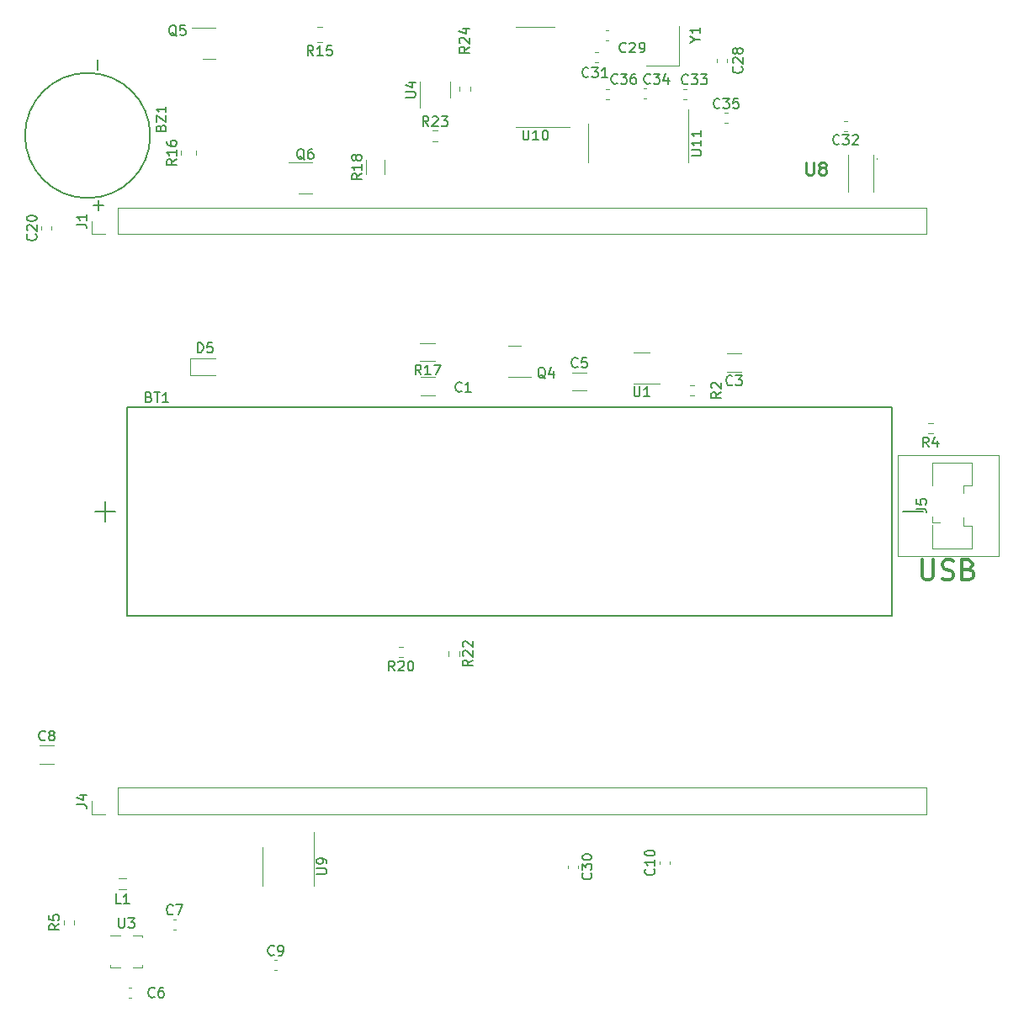
<source format=gbr>
%TF.GenerationSoftware,KiCad,Pcbnew,(6.0.2)*%
%TF.CreationDate,2022-04-08T22:35:15+02:00*%
%TF.ProjectId,main,6d61696e-2e6b-4696-9361-645f70636258,rev?*%
%TF.SameCoordinates,Original*%
%TF.FileFunction,Legend,Top*%
%TF.FilePolarity,Positive*%
%FSLAX46Y46*%
G04 Gerber Fmt 4.6, Leading zero omitted, Abs format (unit mm)*
G04 Created by KiCad (PCBNEW (6.0.2)) date 2022-04-08 22:35:15*
%MOMM*%
%LPD*%
G01*
G04 APERTURE LIST*
%ADD10C,0.100000*%
%ADD11C,0.300000*%
%ADD12C,0.150000*%
%ADD13C,0.254000*%
%ADD14C,0.127000*%
%ADD15C,0.120000*%
G04 APERTURE END LIST*
D10*
X173740000Y-90890000D02*
X183900000Y-90890000D01*
X183900000Y-90890000D02*
X183900000Y-101050000D01*
X183900000Y-101050000D02*
X173740000Y-101050000D01*
X173740000Y-101050000D02*
X173740000Y-90890000D01*
D11*
X176176190Y-101404761D02*
X176176190Y-103023809D01*
X176271428Y-103214285D01*
X176366666Y-103309523D01*
X176557142Y-103404761D01*
X176938095Y-103404761D01*
X177128571Y-103309523D01*
X177223809Y-103214285D01*
X177319047Y-103023809D01*
X177319047Y-101404761D01*
X178176190Y-103309523D02*
X178461904Y-103404761D01*
X178938095Y-103404761D01*
X179128571Y-103309523D01*
X179223809Y-103214285D01*
X179319047Y-103023809D01*
X179319047Y-102833333D01*
X179223809Y-102642857D01*
X179128571Y-102547619D01*
X178938095Y-102452380D01*
X178557142Y-102357142D01*
X178366666Y-102261904D01*
X178271428Y-102166666D01*
X178176190Y-101976190D01*
X178176190Y-101785714D01*
X178271428Y-101595238D01*
X178366666Y-101500000D01*
X178557142Y-101404761D01*
X179033333Y-101404761D01*
X179319047Y-101500000D01*
X180842857Y-102357142D02*
X181128571Y-102452380D01*
X181223809Y-102547619D01*
X181319047Y-102738095D01*
X181319047Y-103023809D01*
X181223809Y-103214285D01*
X181128571Y-103309523D01*
X180938095Y-103404761D01*
X180176190Y-103404761D01*
X180176190Y-101404761D01*
X180842857Y-101404761D01*
X181033333Y-101500000D01*
X181128571Y-101595238D01*
X181223809Y-101785714D01*
X181223809Y-101976190D01*
X181128571Y-102166666D01*
X181033333Y-102261904D01*
X180842857Y-102357142D01*
X180176190Y-102357142D01*
D12*
%TO.C,BT1*%
X98379285Y-85018571D02*
X98522142Y-85066190D01*
X98569761Y-85113809D01*
X98617380Y-85209047D01*
X98617380Y-85351904D01*
X98569761Y-85447142D01*
X98522142Y-85494761D01*
X98426904Y-85542380D01*
X98045952Y-85542380D01*
X98045952Y-84542380D01*
X98379285Y-84542380D01*
X98474523Y-84590000D01*
X98522142Y-84637619D01*
X98569761Y-84732857D01*
X98569761Y-84828095D01*
X98522142Y-84923333D01*
X98474523Y-84970952D01*
X98379285Y-85018571D01*
X98045952Y-85018571D01*
X98903095Y-84542380D02*
X99474523Y-84542380D01*
X99188809Y-85542380D02*
X99188809Y-84542380D01*
X100331666Y-85542380D02*
X99760238Y-85542380D01*
X100045952Y-85542380D02*
X100045952Y-84542380D01*
X99950714Y-84685238D01*
X99855476Y-84780476D01*
X99760238Y-84828095D01*
%TO.C,J1*%
X91102380Y-67643333D02*
X91816666Y-67643333D01*
X91959523Y-67690952D01*
X92054761Y-67786190D01*
X92102380Y-67929047D01*
X92102380Y-68024285D01*
X92102380Y-66643333D02*
X92102380Y-67214761D01*
X92102380Y-66929047D02*
X91102380Y-66929047D01*
X91245238Y-67024285D01*
X91340476Y-67119523D01*
X91388095Y-67214761D01*
%TO.C,J4*%
X91102380Y-126013333D02*
X91816666Y-126013333D01*
X91959523Y-126060952D01*
X92054761Y-126156190D01*
X92102380Y-126299047D01*
X92102380Y-126394285D01*
X91435714Y-125108571D02*
X92102380Y-125108571D01*
X91054761Y-125346666D02*
X91769047Y-125584761D01*
X91769047Y-124965714D01*
%TO.C,R17*%
X125757142Y-82772380D02*
X125423809Y-82296190D01*
X125185714Y-82772380D02*
X125185714Y-81772380D01*
X125566666Y-81772380D01*
X125661904Y-81820000D01*
X125709523Y-81867619D01*
X125757142Y-81962857D01*
X125757142Y-82105714D01*
X125709523Y-82200952D01*
X125661904Y-82248571D01*
X125566666Y-82296190D01*
X125185714Y-82296190D01*
X126709523Y-82772380D02*
X126138095Y-82772380D01*
X126423809Y-82772380D02*
X126423809Y-81772380D01*
X126328571Y-81915238D01*
X126233333Y-82010476D01*
X126138095Y-82058095D01*
X127042857Y-81772380D02*
X127709523Y-81772380D01*
X127280952Y-82772380D01*
%TO.C,R2*%
X155952380Y-84516666D02*
X155476190Y-84850000D01*
X155952380Y-85088095D02*
X154952380Y-85088095D01*
X154952380Y-84707142D01*
X155000000Y-84611904D01*
X155047619Y-84564285D01*
X155142857Y-84516666D01*
X155285714Y-84516666D01*
X155380952Y-84564285D01*
X155428571Y-84611904D01*
X155476190Y-84707142D01*
X155476190Y-85088095D01*
X155047619Y-84135714D02*
X155000000Y-84088095D01*
X154952380Y-83992857D01*
X154952380Y-83754761D01*
X155000000Y-83659523D01*
X155047619Y-83611904D01*
X155142857Y-83564285D01*
X155238095Y-83564285D01*
X155380952Y-83611904D01*
X155952380Y-84183333D01*
X155952380Y-83564285D01*
%TO.C,U1*%
X147188095Y-83952380D02*
X147188095Y-84761904D01*
X147235714Y-84857142D01*
X147283333Y-84904761D01*
X147378571Y-84952380D01*
X147569047Y-84952380D01*
X147664285Y-84904761D01*
X147711904Y-84857142D01*
X147759523Y-84761904D01*
X147759523Y-83952380D01*
X148759523Y-84952380D02*
X148188095Y-84952380D01*
X148473809Y-84952380D02*
X148473809Y-83952380D01*
X148378571Y-84095238D01*
X148283333Y-84190476D01*
X148188095Y-84238095D01*
%TO.C,C34*%
X148807142Y-53407142D02*
X148759523Y-53454761D01*
X148616666Y-53502380D01*
X148521428Y-53502380D01*
X148378571Y-53454761D01*
X148283333Y-53359523D01*
X148235714Y-53264285D01*
X148188095Y-53073809D01*
X148188095Y-52930952D01*
X148235714Y-52740476D01*
X148283333Y-52645238D01*
X148378571Y-52550000D01*
X148521428Y-52502380D01*
X148616666Y-52502380D01*
X148759523Y-52550000D01*
X148807142Y-52597619D01*
X149140476Y-52502380D02*
X149759523Y-52502380D01*
X149426190Y-52883333D01*
X149569047Y-52883333D01*
X149664285Y-52930952D01*
X149711904Y-52978571D01*
X149759523Y-53073809D01*
X149759523Y-53311904D01*
X149711904Y-53407142D01*
X149664285Y-53454761D01*
X149569047Y-53502380D01*
X149283333Y-53502380D01*
X149188095Y-53454761D01*
X149140476Y-53407142D01*
X150616666Y-52835714D02*
X150616666Y-53502380D01*
X150378571Y-52454761D02*
X150140476Y-53169047D01*
X150759523Y-53169047D01*
%TO.C,C30*%
X142837142Y-132942857D02*
X142884761Y-132990476D01*
X142932380Y-133133333D01*
X142932380Y-133228571D01*
X142884761Y-133371428D01*
X142789523Y-133466666D01*
X142694285Y-133514285D01*
X142503809Y-133561904D01*
X142360952Y-133561904D01*
X142170476Y-133514285D01*
X142075238Y-133466666D01*
X141980000Y-133371428D01*
X141932380Y-133228571D01*
X141932380Y-133133333D01*
X141980000Y-132990476D01*
X142027619Y-132942857D01*
X141932380Y-132609523D02*
X141932380Y-131990476D01*
X142313333Y-132323809D01*
X142313333Y-132180952D01*
X142360952Y-132085714D01*
X142408571Y-132038095D01*
X142503809Y-131990476D01*
X142741904Y-131990476D01*
X142837142Y-132038095D01*
X142884761Y-132085714D01*
X142932380Y-132180952D01*
X142932380Y-132466666D01*
X142884761Y-132561904D01*
X142837142Y-132609523D01*
X141932380Y-131371428D02*
X141932380Y-131276190D01*
X141980000Y-131180952D01*
X142027619Y-131133333D01*
X142122857Y-131085714D01*
X142313333Y-131038095D01*
X142551428Y-131038095D01*
X142741904Y-131085714D01*
X142837142Y-131133333D01*
X142884761Y-131180952D01*
X142932380Y-131276190D01*
X142932380Y-131371428D01*
X142884761Y-131466666D01*
X142837142Y-131514285D01*
X142741904Y-131561904D01*
X142551428Y-131609523D01*
X142313333Y-131609523D01*
X142122857Y-131561904D01*
X142027619Y-131514285D01*
X141980000Y-131466666D01*
X141932380Y-131371428D01*
%TO.C,R5*%
X89322380Y-138066666D02*
X88846190Y-138400000D01*
X89322380Y-138638095D02*
X88322380Y-138638095D01*
X88322380Y-138257142D01*
X88370000Y-138161904D01*
X88417619Y-138114285D01*
X88512857Y-138066666D01*
X88655714Y-138066666D01*
X88750952Y-138114285D01*
X88798571Y-138161904D01*
X88846190Y-138257142D01*
X88846190Y-138638095D01*
X88322380Y-137161904D02*
X88322380Y-137638095D01*
X88798571Y-137685714D01*
X88750952Y-137638095D01*
X88703333Y-137542857D01*
X88703333Y-137304761D01*
X88750952Y-137209523D01*
X88798571Y-137161904D01*
X88893809Y-137114285D01*
X89131904Y-137114285D01*
X89227142Y-137161904D01*
X89274761Y-137209523D01*
X89322380Y-137304761D01*
X89322380Y-137542857D01*
X89274761Y-137638095D01*
X89227142Y-137685714D01*
%TO.C,R16*%
X101152380Y-61092857D02*
X100676190Y-61426190D01*
X101152380Y-61664285D02*
X100152380Y-61664285D01*
X100152380Y-61283333D01*
X100200000Y-61188095D01*
X100247619Y-61140476D01*
X100342857Y-61092857D01*
X100485714Y-61092857D01*
X100580952Y-61140476D01*
X100628571Y-61188095D01*
X100676190Y-61283333D01*
X100676190Y-61664285D01*
X101152380Y-60140476D02*
X101152380Y-60711904D01*
X101152380Y-60426190D02*
X100152380Y-60426190D01*
X100295238Y-60521428D01*
X100390476Y-60616666D01*
X100438095Y-60711904D01*
X100152380Y-59283333D02*
X100152380Y-59473809D01*
X100200000Y-59569047D01*
X100247619Y-59616666D01*
X100390476Y-59711904D01*
X100580952Y-59759523D01*
X100961904Y-59759523D01*
X101057142Y-59711904D01*
X101104761Y-59664285D01*
X101152380Y-59569047D01*
X101152380Y-59378571D01*
X101104761Y-59283333D01*
X101057142Y-59235714D01*
X100961904Y-59188095D01*
X100723809Y-59188095D01*
X100628571Y-59235714D01*
X100580952Y-59283333D01*
X100533333Y-59378571D01*
X100533333Y-59569047D01*
X100580952Y-59664285D01*
X100628571Y-59711904D01*
X100723809Y-59759523D01*
%TO.C,L1*%
X95533333Y-136002380D02*
X95057142Y-136002380D01*
X95057142Y-135002380D01*
X96390476Y-136002380D02*
X95819047Y-136002380D01*
X96104761Y-136002380D02*
X96104761Y-135002380D01*
X96009523Y-135145238D01*
X95914285Y-135240476D01*
X95819047Y-135288095D01*
%TO.C,C10*%
X149177142Y-132542857D02*
X149224761Y-132590476D01*
X149272380Y-132733333D01*
X149272380Y-132828571D01*
X149224761Y-132971428D01*
X149129523Y-133066666D01*
X149034285Y-133114285D01*
X148843809Y-133161904D01*
X148700952Y-133161904D01*
X148510476Y-133114285D01*
X148415238Y-133066666D01*
X148320000Y-132971428D01*
X148272380Y-132828571D01*
X148272380Y-132733333D01*
X148320000Y-132590476D01*
X148367619Y-132542857D01*
X149272380Y-131590476D02*
X149272380Y-132161904D01*
X149272380Y-131876190D02*
X148272380Y-131876190D01*
X148415238Y-131971428D01*
X148510476Y-132066666D01*
X148558095Y-132161904D01*
X148272380Y-130971428D02*
X148272380Y-130876190D01*
X148320000Y-130780952D01*
X148367619Y-130733333D01*
X148462857Y-130685714D01*
X148653333Y-130638095D01*
X148891428Y-130638095D01*
X149081904Y-130685714D01*
X149177142Y-130733333D01*
X149224761Y-130780952D01*
X149272380Y-130876190D01*
X149272380Y-130971428D01*
X149224761Y-131066666D01*
X149177142Y-131114285D01*
X149081904Y-131161904D01*
X148891428Y-131209523D01*
X148653333Y-131209523D01*
X148462857Y-131161904D01*
X148367619Y-131114285D01*
X148320000Y-131066666D01*
X148272380Y-130971428D01*
%TO.C,R4*%
X176833333Y-90057380D02*
X176500000Y-89581190D01*
X176261904Y-90057380D02*
X176261904Y-89057380D01*
X176642857Y-89057380D01*
X176738095Y-89105000D01*
X176785714Y-89152619D01*
X176833333Y-89247857D01*
X176833333Y-89390714D01*
X176785714Y-89485952D01*
X176738095Y-89533571D01*
X176642857Y-89581190D01*
X176261904Y-89581190D01*
X177690476Y-89390714D02*
X177690476Y-90057380D01*
X177452380Y-89009761D02*
X177214285Y-89724047D01*
X177833333Y-89724047D01*
%TO.C,R18*%
X119782380Y-62542857D02*
X119306190Y-62876190D01*
X119782380Y-63114285D02*
X118782380Y-63114285D01*
X118782380Y-62733333D01*
X118830000Y-62638095D01*
X118877619Y-62590476D01*
X118972857Y-62542857D01*
X119115714Y-62542857D01*
X119210952Y-62590476D01*
X119258571Y-62638095D01*
X119306190Y-62733333D01*
X119306190Y-63114285D01*
X119782380Y-61590476D02*
X119782380Y-62161904D01*
X119782380Y-61876190D02*
X118782380Y-61876190D01*
X118925238Y-61971428D01*
X119020476Y-62066666D01*
X119068095Y-62161904D01*
X119210952Y-61019047D02*
X119163333Y-61114285D01*
X119115714Y-61161904D01*
X119020476Y-61209523D01*
X118972857Y-61209523D01*
X118877619Y-61161904D01*
X118830000Y-61114285D01*
X118782380Y-61019047D01*
X118782380Y-60828571D01*
X118830000Y-60733333D01*
X118877619Y-60685714D01*
X118972857Y-60638095D01*
X119020476Y-60638095D01*
X119115714Y-60685714D01*
X119163333Y-60733333D01*
X119210952Y-60828571D01*
X119210952Y-61019047D01*
X119258571Y-61114285D01*
X119306190Y-61161904D01*
X119401428Y-61209523D01*
X119591904Y-61209523D01*
X119687142Y-61161904D01*
X119734761Y-61114285D01*
X119782380Y-61019047D01*
X119782380Y-60828571D01*
X119734761Y-60733333D01*
X119687142Y-60685714D01*
X119591904Y-60638095D01*
X119401428Y-60638095D01*
X119306190Y-60685714D01*
X119258571Y-60733333D01*
X119210952Y-60828571D01*
%TO.C,R20*%
X123082142Y-112582380D02*
X122748809Y-112106190D01*
X122510714Y-112582380D02*
X122510714Y-111582380D01*
X122891666Y-111582380D01*
X122986904Y-111630000D01*
X123034523Y-111677619D01*
X123082142Y-111772857D01*
X123082142Y-111915714D01*
X123034523Y-112010952D01*
X122986904Y-112058571D01*
X122891666Y-112106190D01*
X122510714Y-112106190D01*
X123463095Y-111677619D02*
X123510714Y-111630000D01*
X123605952Y-111582380D01*
X123844047Y-111582380D01*
X123939285Y-111630000D01*
X123986904Y-111677619D01*
X124034523Y-111772857D01*
X124034523Y-111868095D01*
X123986904Y-112010952D01*
X123415476Y-112582380D01*
X124034523Y-112582380D01*
X124653571Y-111582380D02*
X124748809Y-111582380D01*
X124844047Y-111630000D01*
X124891666Y-111677619D01*
X124939285Y-111772857D01*
X124986904Y-111963333D01*
X124986904Y-112201428D01*
X124939285Y-112391904D01*
X124891666Y-112487142D01*
X124844047Y-112534761D01*
X124748809Y-112582380D01*
X124653571Y-112582380D01*
X124558333Y-112534761D01*
X124510714Y-112487142D01*
X124463095Y-112391904D01*
X124415476Y-112201428D01*
X124415476Y-111963333D01*
X124463095Y-111772857D01*
X124510714Y-111677619D01*
X124558333Y-111630000D01*
X124653571Y-111582380D01*
%TO.C,R24*%
X130602380Y-49792857D02*
X130126190Y-50126190D01*
X130602380Y-50364285D02*
X129602380Y-50364285D01*
X129602380Y-49983333D01*
X129650000Y-49888095D01*
X129697619Y-49840476D01*
X129792857Y-49792857D01*
X129935714Y-49792857D01*
X130030952Y-49840476D01*
X130078571Y-49888095D01*
X130126190Y-49983333D01*
X130126190Y-50364285D01*
X129697619Y-49411904D02*
X129650000Y-49364285D01*
X129602380Y-49269047D01*
X129602380Y-49030952D01*
X129650000Y-48935714D01*
X129697619Y-48888095D01*
X129792857Y-48840476D01*
X129888095Y-48840476D01*
X130030952Y-48888095D01*
X130602380Y-49459523D01*
X130602380Y-48840476D01*
X129935714Y-47983333D02*
X130602380Y-47983333D01*
X129554761Y-48221428D02*
X130269047Y-48459523D01*
X130269047Y-47840476D01*
%TO.C,C36*%
X145507142Y-53407142D02*
X145459523Y-53454761D01*
X145316666Y-53502380D01*
X145221428Y-53502380D01*
X145078571Y-53454761D01*
X144983333Y-53359523D01*
X144935714Y-53264285D01*
X144888095Y-53073809D01*
X144888095Y-52930952D01*
X144935714Y-52740476D01*
X144983333Y-52645238D01*
X145078571Y-52550000D01*
X145221428Y-52502380D01*
X145316666Y-52502380D01*
X145459523Y-52550000D01*
X145507142Y-52597619D01*
X145840476Y-52502380D02*
X146459523Y-52502380D01*
X146126190Y-52883333D01*
X146269047Y-52883333D01*
X146364285Y-52930952D01*
X146411904Y-52978571D01*
X146459523Y-53073809D01*
X146459523Y-53311904D01*
X146411904Y-53407142D01*
X146364285Y-53454761D01*
X146269047Y-53502380D01*
X145983333Y-53502380D01*
X145888095Y-53454761D01*
X145840476Y-53407142D01*
X147316666Y-52502380D02*
X147126190Y-52502380D01*
X147030952Y-52550000D01*
X146983333Y-52597619D01*
X146888095Y-52740476D01*
X146840476Y-52930952D01*
X146840476Y-53311904D01*
X146888095Y-53407142D01*
X146935714Y-53454761D01*
X147030952Y-53502380D01*
X147221428Y-53502380D01*
X147316666Y-53454761D01*
X147364285Y-53407142D01*
X147411904Y-53311904D01*
X147411904Y-53073809D01*
X147364285Y-52978571D01*
X147316666Y-52930952D01*
X147221428Y-52883333D01*
X147030952Y-52883333D01*
X146935714Y-52930952D01*
X146888095Y-52978571D01*
X146840476Y-53073809D01*
D13*
%TO.C,U8*%
X164532380Y-61404523D02*
X164532380Y-62432619D01*
X164592857Y-62553571D01*
X164653333Y-62614047D01*
X164774285Y-62674523D01*
X165016190Y-62674523D01*
X165137142Y-62614047D01*
X165197619Y-62553571D01*
X165258095Y-62432619D01*
X165258095Y-61404523D01*
X166044285Y-61948809D02*
X165923333Y-61888333D01*
X165862857Y-61827857D01*
X165802380Y-61706904D01*
X165802380Y-61646428D01*
X165862857Y-61525476D01*
X165923333Y-61465000D01*
X166044285Y-61404523D01*
X166286190Y-61404523D01*
X166407142Y-61465000D01*
X166467619Y-61525476D01*
X166528095Y-61646428D01*
X166528095Y-61706904D01*
X166467619Y-61827857D01*
X166407142Y-61888333D01*
X166286190Y-61948809D01*
X166044285Y-61948809D01*
X165923333Y-62009285D01*
X165862857Y-62069761D01*
X165802380Y-62190714D01*
X165802380Y-62432619D01*
X165862857Y-62553571D01*
X165923333Y-62614047D01*
X166044285Y-62674523D01*
X166286190Y-62674523D01*
X166407142Y-62614047D01*
X166467619Y-62553571D01*
X166528095Y-62432619D01*
X166528095Y-62190714D01*
X166467619Y-62069761D01*
X166407142Y-62009285D01*
X166286190Y-61948809D01*
D12*
%TO.C,Q5*%
X101154761Y-48697619D02*
X101059523Y-48650000D01*
X100964285Y-48554761D01*
X100821428Y-48411904D01*
X100726190Y-48364285D01*
X100630952Y-48364285D01*
X100678571Y-48602380D02*
X100583333Y-48554761D01*
X100488095Y-48459523D01*
X100440476Y-48269047D01*
X100440476Y-47935714D01*
X100488095Y-47745238D01*
X100583333Y-47650000D01*
X100678571Y-47602380D01*
X100869047Y-47602380D01*
X100964285Y-47650000D01*
X101059523Y-47745238D01*
X101107142Y-47935714D01*
X101107142Y-48269047D01*
X101059523Y-48459523D01*
X100964285Y-48554761D01*
X100869047Y-48602380D01*
X100678571Y-48602380D01*
X102011904Y-47602380D02*
X101535714Y-47602380D01*
X101488095Y-48078571D01*
X101535714Y-48030952D01*
X101630952Y-47983333D01*
X101869047Y-47983333D01*
X101964285Y-48030952D01*
X102011904Y-48078571D01*
X102059523Y-48173809D01*
X102059523Y-48411904D01*
X102011904Y-48507142D01*
X101964285Y-48554761D01*
X101869047Y-48602380D01*
X101630952Y-48602380D01*
X101535714Y-48554761D01*
X101488095Y-48507142D01*
%TO.C,C6*%
X98933333Y-145357142D02*
X98885714Y-145404761D01*
X98742857Y-145452380D01*
X98647619Y-145452380D01*
X98504761Y-145404761D01*
X98409523Y-145309523D01*
X98361904Y-145214285D01*
X98314285Y-145023809D01*
X98314285Y-144880952D01*
X98361904Y-144690476D01*
X98409523Y-144595238D01*
X98504761Y-144500000D01*
X98647619Y-144452380D01*
X98742857Y-144452380D01*
X98885714Y-144500000D01*
X98933333Y-144547619D01*
X99790476Y-144452380D02*
X99600000Y-144452380D01*
X99504761Y-144500000D01*
X99457142Y-144547619D01*
X99361904Y-144690476D01*
X99314285Y-144880952D01*
X99314285Y-145261904D01*
X99361904Y-145357142D01*
X99409523Y-145404761D01*
X99504761Y-145452380D01*
X99695238Y-145452380D01*
X99790476Y-145404761D01*
X99838095Y-145357142D01*
X99885714Y-145261904D01*
X99885714Y-145023809D01*
X99838095Y-144928571D01*
X99790476Y-144880952D01*
X99695238Y-144833333D01*
X99504761Y-144833333D01*
X99409523Y-144880952D01*
X99361904Y-144928571D01*
X99314285Y-145023809D01*
%TO.C,U11*%
X152952380Y-60738095D02*
X153761904Y-60738095D01*
X153857142Y-60690476D01*
X153904761Y-60642857D01*
X153952380Y-60547619D01*
X153952380Y-60357142D01*
X153904761Y-60261904D01*
X153857142Y-60214285D01*
X153761904Y-60166666D01*
X152952380Y-60166666D01*
X153952380Y-59166666D02*
X153952380Y-59738095D01*
X153952380Y-59452380D02*
X152952380Y-59452380D01*
X153095238Y-59547619D01*
X153190476Y-59642857D01*
X153238095Y-59738095D01*
X153952380Y-58214285D02*
X153952380Y-58785714D01*
X153952380Y-58500000D02*
X152952380Y-58500000D01*
X153095238Y-58595238D01*
X153190476Y-58690476D01*
X153238095Y-58785714D01*
%TO.C,C31*%
X142607142Y-52757142D02*
X142559523Y-52804761D01*
X142416666Y-52852380D01*
X142321428Y-52852380D01*
X142178571Y-52804761D01*
X142083333Y-52709523D01*
X142035714Y-52614285D01*
X141988095Y-52423809D01*
X141988095Y-52280952D01*
X142035714Y-52090476D01*
X142083333Y-51995238D01*
X142178571Y-51900000D01*
X142321428Y-51852380D01*
X142416666Y-51852380D01*
X142559523Y-51900000D01*
X142607142Y-51947619D01*
X142940476Y-51852380D02*
X143559523Y-51852380D01*
X143226190Y-52233333D01*
X143369047Y-52233333D01*
X143464285Y-52280952D01*
X143511904Y-52328571D01*
X143559523Y-52423809D01*
X143559523Y-52661904D01*
X143511904Y-52757142D01*
X143464285Y-52804761D01*
X143369047Y-52852380D01*
X143083333Y-52852380D01*
X142988095Y-52804761D01*
X142940476Y-52757142D01*
X144511904Y-52852380D02*
X143940476Y-52852380D01*
X144226190Y-52852380D02*
X144226190Y-51852380D01*
X144130952Y-51995238D01*
X144035714Y-52090476D01*
X143940476Y-52138095D01*
%TO.C,BZ1*%
X99578571Y-57930952D02*
X99626190Y-57788095D01*
X99673809Y-57740476D01*
X99769047Y-57692857D01*
X99911904Y-57692857D01*
X100007142Y-57740476D01*
X100054761Y-57788095D01*
X100102380Y-57883333D01*
X100102380Y-58264285D01*
X99102380Y-58264285D01*
X99102380Y-57930952D01*
X99150000Y-57835714D01*
X99197619Y-57788095D01*
X99292857Y-57740476D01*
X99388095Y-57740476D01*
X99483333Y-57788095D01*
X99530952Y-57835714D01*
X99578571Y-57930952D01*
X99578571Y-58264285D01*
X99102380Y-57359523D02*
X99102380Y-56692857D01*
X100102380Y-57359523D01*
X100102380Y-56692857D01*
X100102380Y-55788095D02*
X100102380Y-56359523D01*
X100102380Y-56073809D02*
X99102380Y-56073809D01*
X99245238Y-56169047D01*
X99340476Y-56264285D01*
X99388095Y-56359523D01*
X93194285Y-52052857D02*
X93194285Y-51047142D01*
X93294285Y-66202857D02*
X93294285Y-65197142D01*
X93797142Y-65700000D02*
X92791428Y-65700000D01*
%TO.C,C33*%
X152607142Y-53457142D02*
X152559523Y-53504761D01*
X152416666Y-53552380D01*
X152321428Y-53552380D01*
X152178571Y-53504761D01*
X152083333Y-53409523D01*
X152035714Y-53314285D01*
X151988095Y-53123809D01*
X151988095Y-52980952D01*
X152035714Y-52790476D01*
X152083333Y-52695238D01*
X152178571Y-52600000D01*
X152321428Y-52552380D01*
X152416666Y-52552380D01*
X152559523Y-52600000D01*
X152607142Y-52647619D01*
X152940476Y-52552380D02*
X153559523Y-52552380D01*
X153226190Y-52933333D01*
X153369047Y-52933333D01*
X153464285Y-52980952D01*
X153511904Y-53028571D01*
X153559523Y-53123809D01*
X153559523Y-53361904D01*
X153511904Y-53457142D01*
X153464285Y-53504761D01*
X153369047Y-53552380D01*
X153083333Y-53552380D01*
X152988095Y-53504761D01*
X152940476Y-53457142D01*
X153892857Y-52552380D02*
X154511904Y-52552380D01*
X154178571Y-52933333D01*
X154321428Y-52933333D01*
X154416666Y-52980952D01*
X154464285Y-53028571D01*
X154511904Y-53123809D01*
X154511904Y-53361904D01*
X154464285Y-53457142D01*
X154416666Y-53504761D01*
X154321428Y-53552380D01*
X154035714Y-53552380D01*
X153940476Y-53504761D01*
X153892857Y-53457142D01*
%TO.C,R15*%
X114907142Y-50652380D02*
X114573809Y-50176190D01*
X114335714Y-50652380D02*
X114335714Y-49652380D01*
X114716666Y-49652380D01*
X114811904Y-49700000D01*
X114859523Y-49747619D01*
X114907142Y-49842857D01*
X114907142Y-49985714D01*
X114859523Y-50080952D01*
X114811904Y-50128571D01*
X114716666Y-50176190D01*
X114335714Y-50176190D01*
X115859523Y-50652380D02*
X115288095Y-50652380D01*
X115573809Y-50652380D02*
X115573809Y-49652380D01*
X115478571Y-49795238D01*
X115383333Y-49890476D01*
X115288095Y-49938095D01*
X116764285Y-49652380D02*
X116288095Y-49652380D01*
X116240476Y-50128571D01*
X116288095Y-50080952D01*
X116383333Y-50033333D01*
X116621428Y-50033333D01*
X116716666Y-50080952D01*
X116764285Y-50128571D01*
X116811904Y-50223809D01*
X116811904Y-50461904D01*
X116764285Y-50557142D01*
X116716666Y-50604761D01*
X116621428Y-50652380D01*
X116383333Y-50652380D01*
X116288095Y-50604761D01*
X116240476Y-50557142D01*
%TO.C,C5*%
X141508333Y-81957142D02*
X141460714Y-82004761D01*
X141317857Y-82052380D01*
X141222619Y-82052380D01*
X141079761Y-82004761D01*
X140984523Y-81909523D01*
X140936904Y-81814285D01*
X140889285Y-81623809D01*
X140889285Y-81480952D01*
X140936904Y-81290476D01*
X140984523Y-81195238D01*
X141079761Y-81100000D01*
X141222619Y-81052380D01*
X141317857Y-81052380D01*
X141460714Y-81100000D01*
X141508333Y-81147619D01*
X142413095Y-81052380D02*
X141936904Y-81052380D01*
X141889285Y-81528571D01*
X141936904Y-81480952D01*
X142032142Y-81433333D01*
X142270238Y-81433333D01*
X142365476Y-81480952D01*
X142413095Y-81528571D01*
X142460714Y-81623809D01*
X142460714Y-81861904D01*
X142413095Y-81957142D01*
X142365476Y-82004761D01*
X142270238Y-82052380D01*
X142032142Y-82052380D01*
X141936904Y-82004761D01*
X141889285Y-81957142D01*
%TO.C,C28*%
X158007142Y-51792857D02*
X158054761Y-51840476D01*
X158102380Y-51983333D01*
X158102380Y-52078571D01*
X158054761Y-52221428D01*
X157959523Y-52316666D01*
X157864285Y-52364285D01*
X157673809Y-52411904D01*
X157530952Y-52411904D01*
X157340476Y-52364285D01*
X157245238Y-52316666D01*
X157150000Y-52221428D01*
X157102380Y-52078571D01*
X157102380Y-51983333D01*
X157150000Y-51840476D01*
X157197619Y-51792857D01*
X157197619Y-51411904D02*
X157150000Y-51364285D01*
X157102380Y-51269047D01*
X157102380Y-51030952D01*
X157150000Y-50935714D01*
X157197619Y-50888095D01*
X157292857Y-50840476D01*
X157388095Y-50840476D01*
X157530952Y-50888095D01*
X158102380Y-51459523D01*
X158102380Y-50840476D01*
X157530952Y-50269047D02*
X157483333Y-50364285D01*
X157435714Y-50411904D01*
X157340476Y-50459523D01*
X157292857Y-50459523D01*
X157197619Y-50411904D01*
X157150000Y-50364285D01*
X157102380Y-50269047D01*
X157102380Y-50078571D01*
X157150000Y-49983333D01*
X157197619Y-49935714D01*
X157292857Y-49888095D01*
X157340476Y-49888095D01*
X157435714Y-49935714D01*
X157483333Y-49983333D01*
X157530952Y-50078571D01*
X157530952Y-50269047D01*
X157578571Y-50364285D01*
X157626190Y-50411904D01*
X157721428Y-50459523D01*
X157911904Y-50459523D01*
X158007142Y-50411904D01*
X158054761Y-50364285D01*
X158102380Y-50269047D01*
X158102380Y-50078571D01*
X158054761Y-49983333D01*
X158007142Y-49935714D01*
X157911904Y-49888095D01*
X157721428Y-49888095D01*
X157626190Y-49935714D01*
X157578571Y-49983333D01*
X157530952Y-50078571D01*
%TO.C,U9*%
X115252380Y-133011904D02*
X116061904Y-133011904D01*
X116157142Y-132964285D01*
X116204761Y-132916666D01*
X116252380Y-132821428D01*
X116252380Y-132630952D01*
X116204761Y-132535714D01*
X116157142Y-132488095D01*
X116061904Y-132440476D01*
X115252380Y-132440476D01*
X116252380Y-131916666D02*
X116252380Y-131726190D01*
X116204761Y-131630952D01*
X116157142Y-131583333D01*
X116014285Y-131488095D01*
X115823809Y-131440476D01*
X115442857Y-131440476D01*
X115347619Y-131488095D01*
X115300000Y-131535714D01*
X115252380Y-131630952D01*
X115252380Y-131821428D01*
X115300000Y-131916666D01*
X115347619Y-131964285D01*
X115442857Y-132011904D01*
X115680952Y-132011904D01*
X115776190Y-131964285D01*
X115823809Y-131916666D01*
X115871428Y-131821428D01*
X115871428Y-131630952D01*
X115823809Y-131535714D01*
X115776190Y-131488095D01*
X115680952Y-131440476D01*
%TO.C,Q4*%
X138254761Y-83147619D02*
X138159523Y-83100000D01*
X138064285Y-83004761D01*
X137921428Y-82861904D01*
X137826190Y-82814285D01*
X137730952Y-82814285D01*
X137778571Y-83052380D02*
X137683333Y-83004761D01*
X137588095Y-82909523D01*
X137540476Y-82719047D01*
X137540476Y-82385714D01*
X137588095Y-82195238D01*
X137683333Y-82100000D01*
X137778571Y-82052380D01*
X137969047Y-82052380D01*
X138064285Y-82100000D01*
X138159523Y-82195238D01*
X138207142Y-82385714D01*
X138207142Y-82719047D01*
X138159523Y-82909523D01*
X138064285Y-83004761D01*
X137969047Y-83052380D01*
X137778571Y-83052380D01*
X139064285Y-82385714D02*
X139064285Y-83052380D01*
X138826190Y-82004761D02*
X138588095Y-82719047D01*
X139207142Y-82719047D01*
%TO.C,J5*%
X175602380Y-96258333D02*
X176316666Y-96258333D01*
X176459523Y-96305952D01*
X176554761Y-96401190D01*
X176602380Y-96544047D01*
X176602380Y-96639285D01*
X175602380Y-95305952D02*
X175602380Y-95782142D01*
X176078571Y-95829761D01*
X176030952Y-95782142D01*
X175983333Y-95686904D01*
X175983333Y-95448809D01*
X176030952Y-95353571D01*
X176078571Y-95305952D01*
X176173809Y-95258333D01*
X176411904Y-95258333D01*
X176507142Y-95305952D01*
X176554761Y-95353571D01*
X176602380Y-95448809D01*
X176602380Y-95686904D01*
X176554761Y-95782142D01*
X176507142Y-95829761D01*
%TO.C,C7*%
X100783333Y-137027142D02*
X100735714Y-137074761D01*
X100592857Y-137122380D01*
X100497619Y-137122380D01*
X100354761Y-137074761D01*
X100259523Y-136979523D01*
X100211904Y-136884285D01*
X100164285Y-136693809D01*
X100164285Y-136550952D01*
X100211904Y-136360476D01*
X100259523Y-136265238D01*
X100354761Y-136170000D01*
X100497619Y-136122380D01*
X100592857Y-136122380D01*
X100735714Y-136170000D01*
X100783333Y-136217619D01*
X101116666Y-136122380D02*
X101783333Y-136122380D01*
X101354761Y-137122380D01*
%TO.C,C3*%
X157083333Y-83757142D02*
X157035714Y-83804761D01*
X156892857Y-83852380D01*
X156797619Y-83852380D01*
X156654761Y-83804761D01*
X156559523Y-83709523D01*
X156511904Y-83614285D01*
X156464285Y-83423809D01*
X156464285Y-83280952D01*
X156511904Y-83090476D01*
X156559523Y-82995238D01*
X156654761Y-82900000D01*
X156797619Y-82852380D01*
X156892857Y-82852380D01*
X157035714Y-82900000D01*
X157083333Y-82947619D01*
X157416666Y-82852380D02*
X158035714Y-82852380D01*
X157702380Y-83233333D01*
X157845238Y-83233333D01*
X157940476Y-83280952D01*
X157988095Y-83328571D01*
X158035714Y-83423809D01*
X158035714Y-83661904D01*
X157988095Y-83757142D01*
X157940476Y-83804761D01*
X157845238Y-83852380D01*
X157559523Y-83852380D01*
X157464285Y-83804761D01*
X157416666Y-83757142D01*
%TO.C,C9*%
X110958333Y-141127142D02*
X110910714Y-141174761D01*
X110767857Y-141222380D01*
X110672619Y-141222380D01*
X110529761Y-141174761D01*
X110434523Y-141079523D01*
X110386904Y-140984285D01*
X110339285Y-140793809D01*
X110339285Y-140650952D01*
X110386904Y-140460476D01*
X110434523Y-140365238D01*
X110529761Y-140270000D01*
X110672619Y-140222380D01*
X110767857Y-140222380D01*
X110910714Y-140270000D01*
X110958333Y-140317619D01*
X111434523Y-141222380D02*
X111625000Y-141222380D01*
X111720238Y-141174761D01*
X111767857Y-141127142D01*
X111863095Y-140984285D01*
X111910714Y-140793809D01*
X111910714Y-140412857D01*
X111863095Y-140317619D01*
X111815476Y-140270000D01*
X111720238Y-140222380D01*
X111529761Y-140222380D01*
X111434523Y-140270000D01*
X111386904Y-140317619D01*
X111339285Y-140412857D01*
X111339285Y-140650952D01*
X111386904Y-140746190D01*
X111434523Y-140793809D01*
X111529761Y-140841428D01*
X111720238Y-140841428D01*
X111815476Y-140793809D01*
X111863095Y-140746190D01*
X111910714Y-140650952D01*
%TO.C,U4*%
X124202380Y-54861904D02*
X125011904Y-54861904D01*
X125107142Y-54814285D01*
X125154761Y-54766666D01*
X125202380Y-54671428D01*
X125202380Y-54480952D01*
X125154761Y-54385714D01*
X125107142Y-54338095D01*
X125011904Y-54290476D01*
X124202380Y-54290476D01*
X124535714Y-53385714D02*
X125202380Y-53385714D01*
X124154761Y-53623809D02*
X124869047Y-53861904D01*
X124869047Y-53242857D01*
%TO.C,U10*%
X136011904Y-58152380D02*
X136011904Y-58961904D01*
X136059523Y-59057142D01*
X136107142Y-59104761D01*
X136202380Y-59152380D01*
X136392857Y-59152380D01*
X136488095Y-59104761D01*
X136535714Y-59057142D01*
X136583333Y-58961904D01*
X136583333Y-58152380D01*
X137583333Y-59152380D02*
X137011904Y-59152380D01*
X137297619Y-59152380D02*
X137297619Y-58152380D01*
X137202380Y-58295238D01*
X137107142Y-58390476D01*
X137011904Y-58438095D01*
X138202380Y-58152380D02*
X138297619Y-58152380D01*
X138392857Y-58200000D01*
X138440476Y-58247619D01*
X138488095Y-58342857D01*
X138535714Y-58533333D01*
X138535714Y-58771428D01*
X138488095Y-58961904D01*
X138440476Y-59057142D01*
X138392857Y-59104761D01*
X138297619Y-59152380D01*
X138202380Y-59152380D01*
X138107142Y-59104761D01*
X138059523Y-59057142D01*
X138011904Y-58961904D01*
X137964285Y-58771428D01*
X137964285Y-58533333D01*
X138011904Y-58342857D01*
X138059523Y-58247619D01*
X138107142Y-58200000D01*
X138202380Y-58152380D01*
%TO.C,C8*%
X87933333Y-119507142D02*
X87885714Y-119554761D01*
X87742857Y-119602380D01*
X87647619Y-119602380D01*
X87504761Y-119554761D01*
X87409523Y-119459523D01*
X87361904Y-119364285D01*
X87314285Y-119173809D01*
X87314285Y-119030952D01*
X87361904Y-118840476D01*
X87409523Y-118745238D01*
X87504761Y-118650000D01*
X87647619Y-118602380D01*
X87742857Y-118602380D01*
X87885714Y-118650000D01*
X87933333Y-118697619D01*
X88504761Y-119030952D02*
X88409523Y-118983333D01*
X88361904Y-118935714D01*
X88314285Y-118840476D01*
X88314285Y-118792857D01*
X88361904Y-118697619D01*
X88409523Y-118650000D01*
X88504761Y-118602380D01*
X88695238Y-118602380D01*
X88790476Y-118650000D01*
X88838095Y-118697619D01*
X88885714Y-118792857D01*
X88885714Y-118840476D01*
X88838095Y-118935714D01*
X88790476Y-118983333D01*
X88695238Y-119030952D01*
X88504761Y-119030952D01*
X88409523Y-119078571D01*
X88361904Y-119126190D01*
X88314285Y-119221428D01*
X88314285Y-119411904D01*
X88361904Y-119507142D01*
X88409523Y-119554761D01*
X88504761Y-119602380D01*
X88695238Y-119602380D01*
X88790476Y-119554761D01*
X88838095Y-119507142D01*
X88885714Y-119411904D01*
X88885714Y-119221428D01*
X88838095Y-119126190D01*
X88790476Y-119078571D01*
X88695238Y-119030952D01*
%TO.C,Q6*%
X114017261Y-61147619D02*
X113922023Y-61100000D01*
X113826785Y-61004761D01*
X113683928Y-60861904D01*
X113588690Y-60814285D01*
X113493452Y-60814285D01*
X113541071Y-61052380D02*
X113445833Y-61004761D01*
X113350595Y-60909523D01*
X113302976Y-60719047D01*
X113302976Y-60385714D01*
X113350595Y-60195238D01*
X113445833Y-60100000D01*
X113541071Y-60052380D01*
X113731547Y-60052380D01*
X113826785Y-60100000D01*
X113922023Y-60195238D01*
X113969642Y-60385714D01*
X113969642Y-60719047D01*
X113922023Y-60909523D01*
X113826785Y-61004761D01*
X113731547Y-61052380D01*
X113541071Y-61052380D01*
X114826785Y-60052380D02*
X114636309Y-60052380D01*
X114541071Y-60100000D01*
X114493452Y-60147619D01*
X114398214Y-60290476D01*
X114350595Y-60480952D01*
X114350595Y-60861904D01*
X114398214Y-60957142D01*
X114445833Y-61004761D01*
X114541071Y-61052380D01*
X114731547Y-61052380D01*
X114826785Y-61004761D01*
X114874404Y-60957142D01*
X114922023Y-60861904D01*
X114922023Y-60623809D01*
X114874404Y-60528571D01*
X114826785Y-60480952D01*
X114731547Y-60433333D01*
X114541071Y-60433333D01*
X114445833Y-60480952D01*
X114398214Y-60528571D01*
X114350595Y-60623809D01*
%TO.C,Y1*%
X153326190Y-49026190D02*
X153802380Y-49026190D01*
X152802380Y-49359523D02*
X153326190Y-49026190D01*
X152802380Y-48692857D01*
X153802380Y-47835714D02*
X153802380Y-48407142D01*
X153802380Y-48121428D02*
X152802380Y-48121428D01*
X152945238Y-48216666D01*
X153040476Y-48311904D01*
X153088095Y-48407142D01*
%TO.C,C35*%
X155807142Y-55877142D02*
X155759523Y-55924761D01*
X155616666Y-55972380D01*
X155521428Y-55972380D01*
X155378571Y-55924761D01*
X155283333Y-55829523D01*
X155235714Y-55734285D01*
X155188095Y-55543809D01*
X155188095Y-55400952D01*
X155235714Y-55210476D01*
X155283333Y-55115238D01*
X155378571Y-55020000D01*
X155521428Y-54972380D01*
X155616666Y-54972380D01*
X155759523Y-55020000D01*
X155807142Y-55067619D01*
X156140476Y-54972380D02*
X156759523Y-54972380D01*
X156426190Y-55353333D01*
X156569047Y-55353333D01*
X156664285Y-55400952D01*
X156711904Y-55448571D01*
X156759523Y-55543809D01*
X156759523Y-55781904D01*
X156711904Y-55877142D01*
X156664285Y-55924761D01*
X156569047Y-55972380D01*
X156283333Y-55972380D01*
X156188095Y-55924761D01*
X156140476Y-55877142D01*
X157664285Y-54972380D02*
X157188095Y-54972380D01*
X157140476Y-55448571D01*
X157188095Y-55400952D01*
X157283333Y-55353333D01*
X157521428Y-55353333D01*
X157616666Y-55400952D01*
X157664285Y-55448571D01*
X157711904Y-55543809D01*
X157711904Y-55781904D01*
X157664285Y-55877142D01*
X157616666Y-55924761D01*
X157521428Y-55972380D01*
X157283333Y-55972380D01*
X157188095Y-55924761D01*
X157140476Y-55877142D01*
%TO.C,C20*%
X86977142Y-68642857D02*
X87024761Y-68690476D01*
X87072380Y-68833333D01*
X87072380Y-68928571D01*
X87024761Y-69071428D01*
X86929523Y-69166666D01*
X86834285Y-69214285D01*
X86643809Y-69261904D01*
X86500952Y-69261904D01*
X86310476Y-69214285D01*
X86215238Y-69166666D01*
X86120000Y-69071428D01*
X86072380Y-68928571D01*
X86072380Y-68833333D01*
X86120000Y-68690476D01*
X86167619Y-68642857D01*
X86167619Y-68261904D02*
X86120000Y-68214285D01*
X86072380Y-68119047D01*
X86072380Y-67880952D01*
X86120000Y-67785714D01*
X86167619Y-67738095D01*
X86262857Y-67690476D01*
X86358095Y-67690476D01*
X86500952Y-67738095D01*
X87072380Y-68309523D01*
X87072380Y-67690476D01*
X86072380Y-67071428D02*
X86072380Y-66976190D01*
X86120000Y-66880952D01*
X86167619Y-66833333D01*
X86262857Y-66785714D01*
X86453333Y-66738095D01*
X86691428Y-66738095D01*
X86881904Y-66785714D01*
X86977142Y-66833333D01*
X87024761Y-66880952D01*
X87072380Y-66976190D01*
X87072380Y-67071428D01*
X87024761Y-67166666D01*
X86977142Y-67214285D01*
X86881904Y-67261904D01*
X86691428Y-67309523D01*
X86453333Y-67309523D01*
X86262857Y-67261904D01*
X86167619Y-67214285D01*
X86120000Y-67166666D01*
X86072380Y-67071428D01*
%TO.C,C29*%
X146357142Y-50257142D02*
X146309523Y-50304761D01*
X146166666Y-50352380D01*
X146071428Y-50352380D01*
X145928571Y-50304761D01*
X145833333Y-50209523D01*
X145785714Y-50114285D01*
X145738095Y-49923809D01*
X145738095Y-49780952D01*
X145785714Y-49590476D01*
X145833333Y-49495238D01*
X145928571Y-49400000D01*
X146071428Y-49352380D01*
X146166666Y-49352380D01*
X146309523Y-49400000D01*
X146357142Y-49447619D01*
X146738095Y-49447619D02*
X146785714Y-49400000D01*
X146880952Y-49352380D01*
X147119047Y-49352380D01*
X147214285Y-49400000D01*
X147261904Y-49447619D01*
X147309523Y-49542857D01*
X147309523Y-49638095D01*
X147261904Y-49780952D01*
X146690476Y-50352380D01*
X147309523Y-50352380D01*
X147785714Y-50352380D02*
X147976190Y-50352380D01*
X148071428Y-50304761D01*
X148119047Y-50257142D01*
X148214285Y-50114285D01*
X148261904Y-49923809D01*
X148261904Y-49542857D01*
X148214285Y-49447619D01*
X148166666Y-49400000D01*
X148071428Y-49352380D01*
X147880952Y-49352380D01*
X147785714Y-49400000D01*
X147738095Y-49447619D01*
X147690476Y-49542857D01*
X147690476Y-49780952D01*
X147738095Y-49876190D01*
X147785714Y-49923809D01*
X147880952Y-49971428D01*
X148071428Y-49971428D01*
X148166666Y-49923809D01*
X148214285Y-49876190D01*
X148261904Y-49780952D01*
%TO.C,R22*%
X130932380Y-111492857D02*
X130456190Y-111826190D01*
X130932380Y-112064285D02*
X129932380Y-112064285D01*
X129932380Y-111683333D01*
X129980000Y-111588095D01*
X130027619Y-111540476D01*
X130122857Y-111492857D01*
X130265714Y-111492857D01*
X130360952Y-111540476D01*
X130408571Y-111588095D01*
X130456190Y-111683333D01*
X130456190Y-112064285D01*
X130027619Y-111111904D02*
X129980000Y-111064285D01*
X129932380Y-110969047D01*
X129932380Y-110730952D01*
X129980000Y-110635714D01*
X130027619Y-110588095D01*
X130122857Y-110540476D01*
X130218095Y-110540476D01*
X130360952Y-110588095D01*
X130932380Y-111159523D01*
X130932380Y-110540476D01*
X130027619Y-110159523D02*
X129980000Y-110111904D01*
X129932380Y-110016666D01*
X129932380Y-109778571D01*
X129980000Y-109683333D01*
X130027619Y-109635714D01*
X130122857Y-109588095D01*
X130218095Y-109588095D01*
X130360952Y-109635714D01*
X130932380Y-110207142D01*
X130932380Y-109588095D01*
%TO.C,D5*%
X103261904Y-80552380D02*
X103261904Y-79552380D01*
X103500000Y-79552380D01*
X103642857Y-79600000D01*
X103738095Y-79695238D01*
X103785714Y-79790476D01*
X103833333Y-79980952D01*
X103833333Y-80123809D01*
X103785714Y-80314285D01*
X103738095Y-80409523D01*
X103642857Y-80504761D01*
X103500000Y-80552380D01*
X103261904Y-80552380D01*
X104738095Y-79552380D02*
X104261904Y-79552380D01*
X104214285Y-80028571D01*
X104261904Y-79980952D01*
X104357142Y-79933333D01*
X104595238Y-79933333D01*
X104690476Y-79980952D01*
X104738095Y-80028571D01*
X104785714Y-80123809D01*
X104785714Y-80361904D01*
X104738095Y-80457142D01*
X104690476Y-80504761D01*
X104595238Y-80552380D01*
X104357142Y-80552380D01*
X104261904Y-80504761D01*
X104214285Y-80457142D01*
%TO.C,R23*%
X126507142Y-57772380D02*
X126173809Y-57296190D01*
X125935714Y-57772380D02*
X125935714Y-56772380D01*
X126316666Y-56772380D01*
X126411904Y-56820000D01*
X126459523Y-56867619D01*
X126507142Y-56962857D01*
X126507142Y-57105714D01*
X126459523Y-57200952D01*
X126411904Y-57248571D01*
X126316666Y-57296190D01*
X125935714Y-57296190D01*
X126888095Y-56867619D02*
X126935714Y-56820000D01*
X127030952Y-56772380D01*
X127269047Y-56772380D01*
X127364285Y-56820000D01*
X127411904Y-56867619D01*
X127459523Y-56962857D01*
X127459523Y-57058095D01*
X127411904Y-57200952D01*
X126840476Y-57772380D01*
X127459523Y-57772380D01*
X127792857Y-56772380D02*
X128411904Y-56772380D01*
X128078571Y-57153333D01*
X128221428Y-57153333D01*
X128316666Y-57200952D01*
X128364285Y-57248571D01*
X128411904Y-57343809D01*
X128411904Y-57581904D01*
X128364285Y-57677142D01*
X128316666Y-57724761D01*
X128221428Y-57772380D01*
X127935714Y-57772380D01*
X127840476Y-57724761D01*
X127792857Y-57677142D01*
%TO.C,U3*%
X95338095Y-137452380D02*
X95338095Y-138261904D01*
X95385714Y-138357142D01*
X95433333Y-138404761D01*
X95528571Y-138452380D01*
X95719047Y-138452380D01*
X95814285Y-138404761D01*
X95861904Y-138357142D01*
X95909523Y-138261904D01*
X95909523Y-137452380D01*
X96290476Y-137452380D02*
X96909523Y-137452380D01*
X96576190Y-137833333D01*
X96719047Y-137833333D01*
X96814285Y-137880952D01*
X96861904Y-137928571D01*
X96909523Y-138023809D01*
X96909523Y-138261904D01*
X96861904Y-138357142D01*
X96814285Y-138404761D01*
X96719047Y-138452380D01*
X96433333Y-138452380D01*
X96338095Y-138404761D01*
X96290476Y-138357142D01*
%TO.C,C1*%
X129833333Y-84407142D02*
X129785714Y-84454761D01*
X129642857Y-84502380D01*
X129547619Y-84502380D01*
X129404761Y-84454761D01*
X129309523Y-84359523D01*
X129261904Y-84264285D01*
X129214285Y-84073809D01*
X129214285Y-83930952D01*
X129261904Y-83740476D01*
X129309523Y-83645238D01*
X129404761Y-83550000D01*
X129547619Y-83502380D01*
X129642857Y-83502380D01*
X129785714Y-83550000D01*
X129833333Y-83597619D01*
X130785714Y-84502380D02*
X130214285Y-84502380D01*
X130500000Y-84502380D02*
X130500000Y-83502380D01*
X130404761Y-83645238D01*
X130309523Y-83740476D01*
X130214285Y-83788095D01*
%TO.C,C32*%
X167832142Y-59537142D02*
X167784523Y-59584761D01*
X167641666Y-59632380D01*
X167546428Y-59632380D01*
X167403571Y-59584761D01*
X167308333Y-59489523D01*
X167260714Y-59394285D01*
X167213095Y-59203809D01*
X167213095Y-59060952D01*
X167260714Y-58870476D01*
X167308333Y-58775238D01*
X167403571Y-58680000D01*
X167546428Y-58632380D01*
X167641666Y-58632380D01*
X167784523Y-58680000D01*
X167832142Y-58727619D01*
X168165476Y-58632380D02*
X168784523Y-58632380D01*
X168451190Y-59013333D01*
X168594047Y-59013333D01*
X168689285Y-59060952D01*
X168736904Y-59108571D01*
X168784523Y-59203809D01*
X168784523Y-59441904D01*
X168736904Y-59537142D01*
X168689285Y-59584761D01*
X168594047Y-59632380D01*
X168308333Y-59632380D01*
X168213095Y-59584761D01*
X168165476Y-59537142D01*
X169165476Y-58727619D02*
X169213095Y-58680000D01*
X169308333Y-58632380D01*
X169546428Y-58632380D01*
X169641666Y-58680000D01*
X169689285Y-58727619D01*
X169736904Y-58822857D01*
X169736904Y-58918095D01*
X169689285Y-59060952D01*
X169117857Y-59632380D01*
X169736904Y-59632380D01*
D14*
%TO.C,BT1*%
X96140000Y-86030000D02*
X173100000Y-86030000D01*
X173100000Y-86030000D02*
X173100000Y-107010000D01*
X173100000Y-107010000D02*
X96140000Y-107010000D01*
X96140000Y-107010000D02*
X96140000Y-86030000D01*
X93990000Y-95520000D02*
X93990000Y-97520000D01*
X92990000Y-96520000D02*
X94990000Y-96520000D01*
X174250000Y-96520000D02*
X176250000Y-96520000D01*
D15*
%TO.C,J1*%
X95250000Y-68640000D02*
X176590000Y-68640000D01*
X176590000Y-68640000D02*
X176590000Y-65980000D01*
X92650000Y-68640000D02*
X92650000Y-67310000D01*
X95250000Y-68640000D02*
X95250000Y-65980000D01*
X95250000Y-65980000D02*
X176590000Y-65980000D01*
X93980000Y-68640000D02*
X92650000Y-68640000D01*
%TO.C,J4*%
X93980000Y-127010000D02*
X92650000Y-127010000D01*
X95250000Y-127010000D02*
X95250000Y-124350000D01*
X176590000Y-127010000D02*
X176590000Y-124350000D01*
X92650000Y-127010000D02*
X92650000Y-125680000D01*
X95250000Y-124350000D02*
X176590000Y-124350000D01*
X95250000Y-127010000D02*
X176590000Y-127010000D01*
%TO.C,R17*%
X127127064Y-81410000D02*
X125672936Y-81410000D01*
X127127064Y-79590000D02*
X125672936Y-79590000D01*
%TO.C,R2*%
X153262258Y-83827500D02*
X152787742Y-83827500D01*
X153262258Y-84872500D02*
X152787742Y-84872500D01*
%TO.C,U1*%
X147950000Y-83660000D02*
X147150000Y-83660000D01*
X147950000Y-80540000D02*
X148750000Y-80540000D01*
X147950000Y-80540000D02*
X147150000Y-80540000D01*
X147950000Y-83660000D02*
X149750000Y-83660000D01*
%TO.C,C34*%
X148159420Y-53990000D02*
X148440580Y-53990000D01*
X148159420Y-55010000D02*
X148440580Y-55010000D01*
%TO.C,C30*%
X141560000Y-132159420D02*
X141560000Y-132440580D01*
X140540000Y-132159420D02*
X140540000Y-132440580D01*
%TO.C,R5*%
X89777500Y-138137258D02*
X89777500Y-137662742D01*
X90822500Y-138137258D02*
X90822500Y-137662742D01*
%TO.C,R16*%
X101615000Y-60677064D02*
X101615000Y-60222936D01*
X103085000Y-60677064D02*
X103085000Y-60222936D01*
%TO.C,L1*%
X96099622Y-134560000D02*
X95300378Y-134560000D01*
X96099622Y-133440000D02*
X95300378Y-133440000D01*
%TO.C,C10*%
X149740000Y-132040580D02*
X149740000Y-131759420D01*
X150760000Y-132040580D02*
X150760000Y-131759420D01*
%TO.C,R4*%
X177237258Y-88697500D02*
X176762742Y-88697500D01*
X177237258Y-87652500D02*
X176762742Y-87652500D01*
%TO.C,R18*%
X122060000Y-62627064D02*
X122060000Y-61172936D01*
X120240000Y-62627064D02*
X120240000Y-61172936D01*
%TO.C,R20*%
X123962258Y-111222500D02*
X123487742Y-111222500D01*
X123962258Y-110177500D02*
X123487742Y-110177500D01*
%TO.C,R24*%
X130672500Y-54237258D02*
X130672500Y-53762742D01*
X129627500Y-54237258D02*
X129627500Y-53762742D01*
%TO.C,C36*%
X144384420Y-55060000D02*
X144665580Y-55060000D01*
X144384420Y-54040000D02*
X144665580Y-54040000D01*
D10*
%TO.C,U8*%
X168720000Y-64365000D02*
X168720000Y-60635000D01*
X171600000Y-61000000D02*
X171600000Y-61000000D01*
X171280000Y-64365000D02*
X171280000Y-60635000D01*
X171600000Y-61100000D02*
X171600000Y-61100000D01*
X171600000Y-61000000D02*
G75*
G03*
X171600000Y-61100000I0J-50000D01*
G01*
X171600000Y-61100000D02*
G75*
G03*
X171600000Y-61000000I0J50000D01*
G01*
D15*
%TO.C,Q5*%
X104400000Y-47840000D02*
X105050000Y-47840000D01*
X104400000Y-50960000D02*
X103750000Y-50960000D01*
X104400000Y-50960000D02*
X105050000Y-50960000D01*
X104400000Y-47840000D02*
X102725000Y-47840000D01*
%TO.C,C6*%
X96615580Y-144490000D02*
X96334420Y-144490000D01*
X96615580Y-145510000D02*
X96334420Y-145510000D01*
%TO.C,U11*%
X152660000Y-59500000D02*
X152660000Y-61450000D01*
X142540000Y-59500000D02*
X142540000Y-61450000D01*
X152660000Y-59500000D02*
X152660000Y-56050000D01*
X142540000Y-59500000D02*
X142540000Y-57550000D01*
%TO.C,C31*%
X143259420Y-50340000D02*
X143540580Y-50340000D01*
X143259420Y-51360000D02*
X143540580Y-51360000D01*
D14*
%TO.C,BZ1*%
X98500000Y-58700000D02*
G75*
G03*
X98500000Y-58700000I-6300000J0D01*
G01*
D15*
%TO.C,C33*%
X152159420Y-54040000D02*
X152440580Y-54040000D01*
X152159420Y-55060000D02*
X152440580Y-55060000D01*
%TO.C,R15*%
X115777064Y-47815000D02*
X115322936Y-47815000D01*
X115777064Y-49285000D02*
X115322936Y-49285000D01*
%TO.C,C5*%
X140963748Y-82540000D02*
X142386252Y-82540000D01*
X140963748Y-84360000D02*
X142386252Y-84360000D01*
%TO.C,C28*%
X156510000Y-51290580D02*
X156510000Y-51009420D01*
X155490000Y-51290580D02*
X155490000Y-51009420D01*
%TO.C,U9*%
X114960000Y-132250000D02*
X114960000Y-134200000D01*
X114960000Y-132250000D02*
X114960000Y-128800000D01*
X109840000Y-132250000D02*
X109840000Y-130300000D01*
X109840000Y-132250000D02*
X109840000Y-134200000D01*
%TO.C,Q4*%
X135150000Y-83010000D02*
X136825000Y-83010000D01*
X135150000Y-83010000D02*
X134500000Y-83010000D01*
X135150000Y-79890000D02*
X135800000Y-79890000D01*
X135150000Y-79890000D02*
X134500000Y-79890000D01*
%TO.C,J5*%
X177925000Y-97625000D02*
X177175000Y-97625000D01*
X180305000Y-93885000D02*
X181135000Y-93885000D01*
X180305000Y-97965000D02*
X181135000Y-97965000D01*
X177175000Y-97625000D02*
X177175000Y-97025000D01*
X181135000Y-100235000D02*
X181135000Y-97965000D01*
X181135000Y-91615000D02*
X181135000Y-93885000D01*
X177215000Y-91615000D02*
X181135000Y-91615000D01*
X177215000Y-97925000D02*
X177215000Y-100235000D01*
X180305000Y-97965000D02*
X180305000Y-97135000D01*
X180305000Y-93885000D02*
X180305000Y-94715000D01*
X177215000Y-93925000D02*
X177215000Y-91615000D01*
X177215000Y-100235000D02*
X181135000Y-100235000D01*
%TO.C,C7*%
X100809420Y-137590000D02*
X101090580Y-137590000D01*
X100809420Y-138610000D02*
X101090580Y-138610000D01*
%TO.C,C3*%
X157961252Y-82460000D02*
X156538748Y-82460000D01*
X157961252Y-80640000D02*
X156538748Y-80640000D01*
%TO.C,C9*%
X110984420Y-142710000D02*
X111265580Y-142710000D01*
X110984420Y-141690000D02*
X111265580Y-141690000D01*
%TO.C,U4*%
X128710000Y-54100000D02*
X128710000Y-53300000D01*
X128710000Y-54100000D02*
X128710000Y-54900000D01*
X125590000Y-54100000D02*
X125590000Y-55900000D01*
X125590000Y-54100000D02*
X125590000Y-53300000D01*
%TO.C,U10*%
X137250000Y-57860000D02*
X135300000Y-57860000D01*
X137250000Y-57860000D02*
X140700000Y-57860000D01*
X137250000Y-47740000D02*
X135300000Y-47740000D01*
X137250000Y-47740000D02*
X139200000Y-47740000D01*
%TO.C,C8*%
X87388748Y-121910000D02*
X88811252Y-121910000D01*
X87388748Y-120090000D02*
X88811252Y-120090000D01*
%TO.C,Q6*%
X114112500Y-61440000D02*
X114762500Y-61440000D01*
X114112500Y-61440000D02*
X112437500Y-61440000D01*
X114112500Y-64560000D02*
X113462500Y-64560000D01*
X114112500Y-64560000D02*
X114762500Y-64560000D01*
%TO.C,Y1*%
X148400000Y-51650000D02*
X151700000Y-51650000D01*
X151700000Y-51650000D02*
X151700000Y-47650000D01*
%TO.C,C35*%
X156309420Y-57460000D02*
X156590580Y-57460000D01*
X156309420Y-56440000D02*
X156590580Y-56440000D01*
%TO.C,C20*%
X88560000Y-68140580D02*
X88560000Y-67859420D01*
X87540000Y-68140580D02*
X87540000Y-67859420D01*
%TO.C,C29*%
X144615580Y-48140000D02*
X144334420Y-48140000D01*
X144615580Y-49160000D02*
X144334420Y-49160000D01*
%TO.C,R22*%
X129572500Y-110612742D02*
X129572500Y-111087258D01*
X128527500Y-110612742D02*
X128527500Y-111087258D01*
%TO.C,D5*%
X102500000Y-81100000D02*
X102500000Y-82800000D01*
X102500000Y-81100000D02*
X105050000Y-81100000D01*
X102500000Y-82800000D02*
X105050000Y-82800000D01*
%TO.C,R23*%
X126912742Y-59272500D02*
X127387258Y-59272500D01*
X126912742Y-58227500D02*
X127387258Y-58227500D01*
%TO.C,U3*%
X94475000Y-142425000D02*
X95450000Y-142425000D01*
X97725000Y-139400000D02*
X97725000Y-139175000D01*
X94475000Y-142425000D02*
X94475000Y-142200000D01*
X96750000Y-142425000D02*
X97725000Y-142425000D01*
X96750000Y-139175000D02*
X97725000Y-139175000D01*
X94475000Y-139175000D02*
X95450000Y-139175000D01*
X97725000Y-142200000D02*
X97725000Y-142425000D01*
%TO.C,C1*%
X127161252Y-83040000D02*
X125738748Y-83040000D01*
X127161252Y-84860000D02*
X125738748Y-84860000D01*
%TO.C,C32*%
X168615580Y-58260000D02*
X168334420Y-58260000D01*
X168615580Y-57240000D02*
X168334420Y-57240000D01*
%TD*%
M02*

</source>
